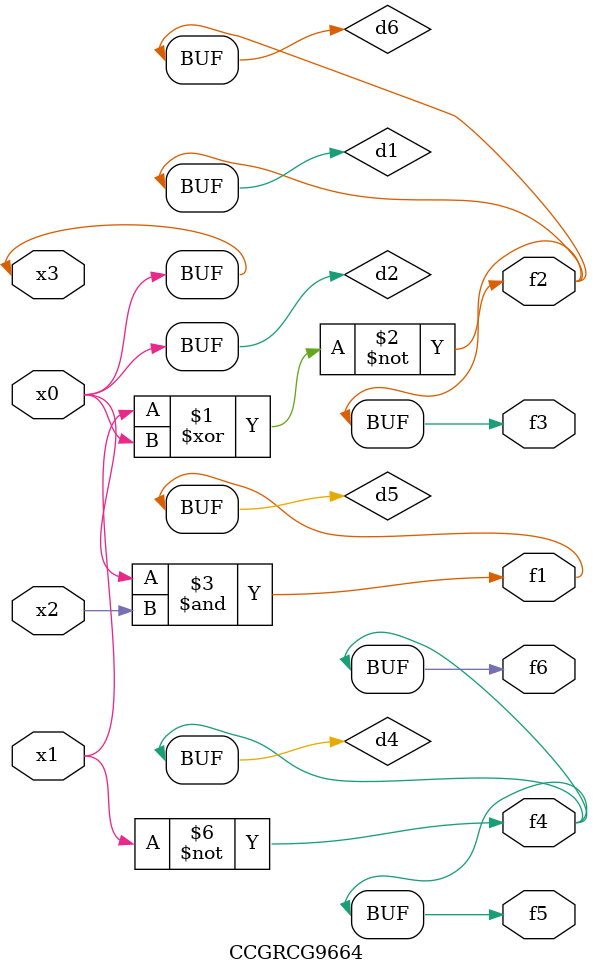
<source format=v>
module CCGRCG9664(
	input x0, x1, x2, x3,
	output f1, f2, f3, f4, f5, f6
);

	wire d1, d2, d3, d4, d5, d6;

	xnor (d1, x1, x3);
	buf (d2, x0, x3);
	nand (d3, x0, x2);
	not (d4, x1);
	nand (d5, d3);
	or (d6, d1);
	assign f1 = d5;
	assign f2 = d6;
	assign f3 = d6;
	assign f4 = d4;
	assign f5 = d4;
	assign f6 = d4;
endmodule

</source>
